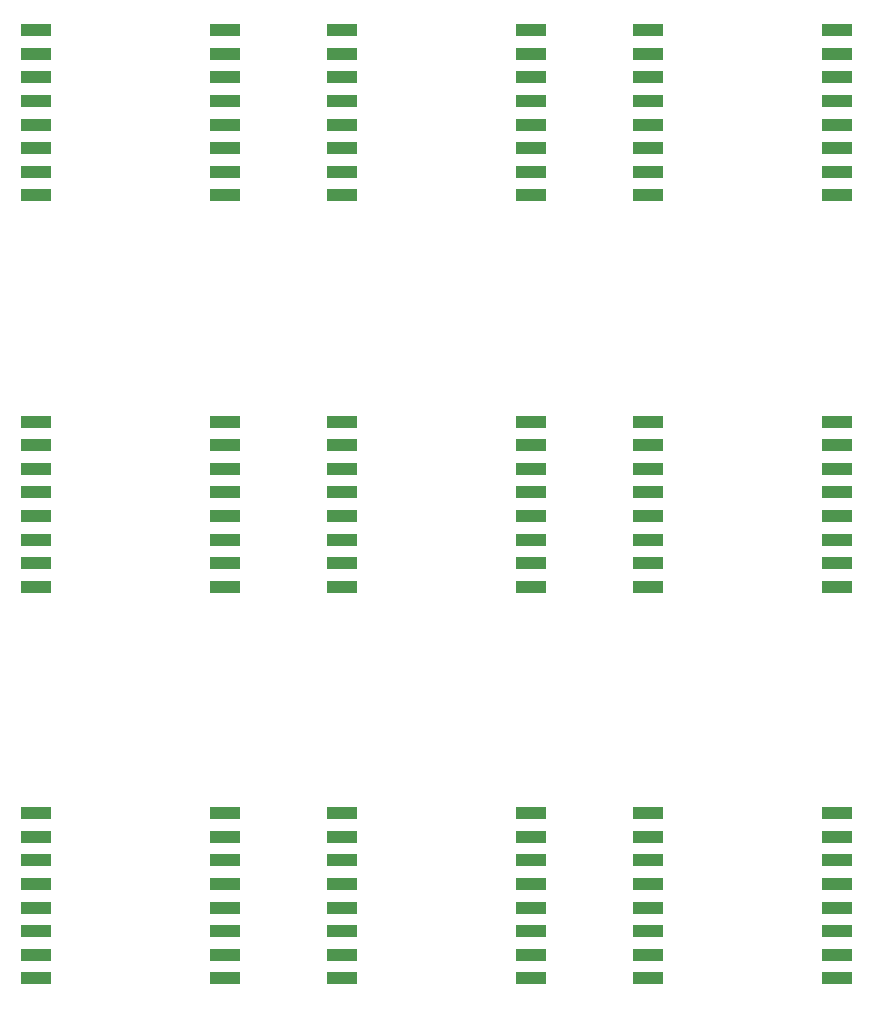
<source format=gbp>
G75*
%MOIN*%
%OFA0B0*%
%FSLAX25Y25*%
%IPPOS*%
%LPD*%
%AMOC8*
5,1,8,0,0,1.08239X$1,22.5*
%
%ADD10R,0.10236X0.04331*%
D10*
X0121596Y0067411D03*
X0121596Y0075285D03*
X0121596Y0083159D03*
X0121596Y0091033D03*
X0121596Y0098907D03*
X0121596Y0106781D03*
X0121596Y0114656D03*
X0121596Y0122530D03*
X0184588Y0122530D03*
X0184588Y0114656D03*
X0184588Y0106781D03*
X0184588Y0098907D03*
X0184588Y0091033D03*
X0184588Y0083159D03*
X0184588Y0075285D03*
X0184588Y0067411D03*
X0223596Y0067411D03*
X0223596Y0075285D03*
X0223596Y0083159D03*
X0223596Y0091033D03*
X0223596Y0098907D03*
X0223596Y0106781D03*
X0223596Y0114656D03*
X0223596Y0122530D03*
X0286588Y0122530D03*
X0286588Y0114656D03*
X0286588Y0106781D03*
X0286588Y0098907D03*
X0286588Y0091033D03*
X0286588Y0083159D03*
X0286588Y0075285D03*
X0286588Y0067411D03*
X0325596Y0067411D03*
X0325596Y0075285D03*
X0325596Y0083159D03*
X0325596Y0091033D03*
X0325596Y0098907D03*
X0325596Y0106781D03*
X0325596Y0114656D03*
X0325596Y0122530D03*
X0388588Y0122530D03*
X0388588Y0114656D03*
X0388588Y0106781D03*
X0388588Y0098907D03*
X0388588Y0091033D03*
X0388588Y0083159D03*
X0388588Y0075285D03*
X0388588Y0067411D03*
X0388588Y0197911D03*
X0388588Y0205785D03*
X0388588Y0213659D03*
X0388588Y0221533D03*
X0388588Y0229407D03*
X0388588Y0237281D03*
X0388588Y0245156D03*
X0388588Y0253030D03*
X0325596Y0253030D03*
X0325596Y0245156D03*
X0325596Y0237281D03*
X0325596Y0229407D03*
X0325596Y0221533D03*
X0325596Y0213659D03*
X0325596Y0205785D03*
X0325596Y0197911D03*
X0286588Y0197911D03*
X0286588Y0205785D03*
X0286588Y0213659D03*
X0286588Y0221533D03*
X0286588Y0229407D03*
X0286588Y0237281D03*
X0286588Y0245156D03*
X0286588Y0253030D03*
X0223596Y0253030D03*
X0223596Y0245156D03*
X0223596Y0237281D03*
X0223596Y0229407D03*
X0223596Y0221533D03*
X0223596Y0213659D03*
X0223596Y0205785D03*
X0223596Y0197911D03*
X0184588Y0197911D03*
X0184588Y0205785D03*
X0184588Y0213659D03*
X0184588Y0221533D03*
X0184588Y0229407D03*
X0184588Y0237281D03*
X0184588Y0245156D03*
X0184588Y0253030D03*
X0121596Y0253030D03*
X0121596Y0245156D03*
X0121596Y0237281D03*
X0121596Y0229407D03*
X0121596Y0221533D03*
X0121596Y0213659D03*
X0121596Y0205785D03*
X0121596Y0197911D03*
X0121596Y0328411D03*
X0121596Y0336285D03*
X0121596Y0344159D03*
X0121596Y0352033D03*
X0121596Y0359907D03*
X0121596Y0367781D03*
X0121596Y0375656D03*
X0121596Y0383530D03*
X0184588Y0383530D03*
X0184588Y0375656D03*
X0184588Y0367781D03*
X0184588Y0359907D03*
X0184588Y0352033D03*
X0184588Y0344159D03*
X0184588Y0336285D03*
X0184588Y0328411D03*
X0223596Y0328411D03*
X0223596Y0336285D03*
X0223596Y0344159D03*
X0223596Y0352033D03*
X0223596Y0359907D03*
X0223596Y0367781D03*
X0223596Y0375656D03*
X0223596Y0383530D03*
X0286588Y0383530D03*
X0286588Y0375656D03*
X0286588Y0367781D03*
X0286588Y0359907D03*
X0286588Y0352033D03*
X0286588Y0344159D03*
X0286588Y0336285D03*
X0286588Y0328411D03*
X0325596Y0328411D03*
X0325596Y0336285D03*
X0325596Y0344159D03*
X0325596Y0352033D03*
X0325596Y0359907D03*
X0325596Y0367781D03*
X0325596Y0375656D03*
X0325596Y0383530D03*
X0388588Y0383530D03*
X0388588Y0375656D03*
X0388588Y0367781D03*
X0388588Y0359907D03*
X0388588Y0352033D03*
X0388588Y0344159D03*
X0388588Y0336285D03*
X0388588Y0328411D03*
M02*

</source>
